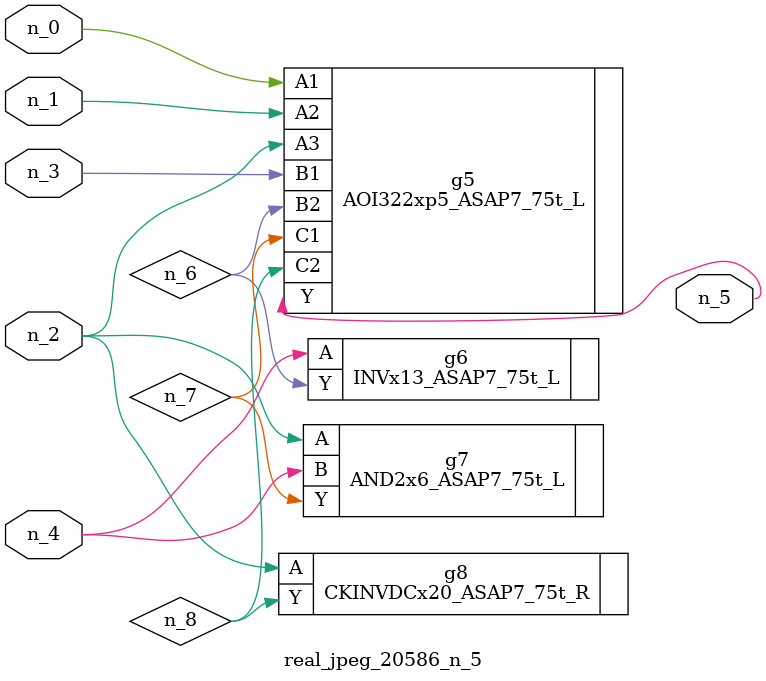
<source format=v>
module real_jpeg_20586_n_5 (n_4, n_0, n_1, n_2, n_3, n_5);

input n_4;
input n_0;
input n_1;
input n_2;
input n_3;

output n_5;

wire n_8;
wire n_6;
wire n_7;

AOI322xp5_ASAP7_75t_L g5 ( 
.A1(n_0),
.A2(n_1),
.A3(n_2),
.B1(n_3),
.B2(n_6),
.C1(n_7),
.C2(n_8),
.Y(n_5)
);

AND2x6_ASAP7_75t_L g7 ( 
.A(n_2),
.B(n_4),
.Y(n_7)
);

CKINVDCx20_ASAP7_75t_R g8 ( 
.A(n_2),
.Y(n_8)
);

INVx13_ASAP7_75t_L g6 ( 
.A(n_4),
.Y(n_6)
);


endmodule
</source>
